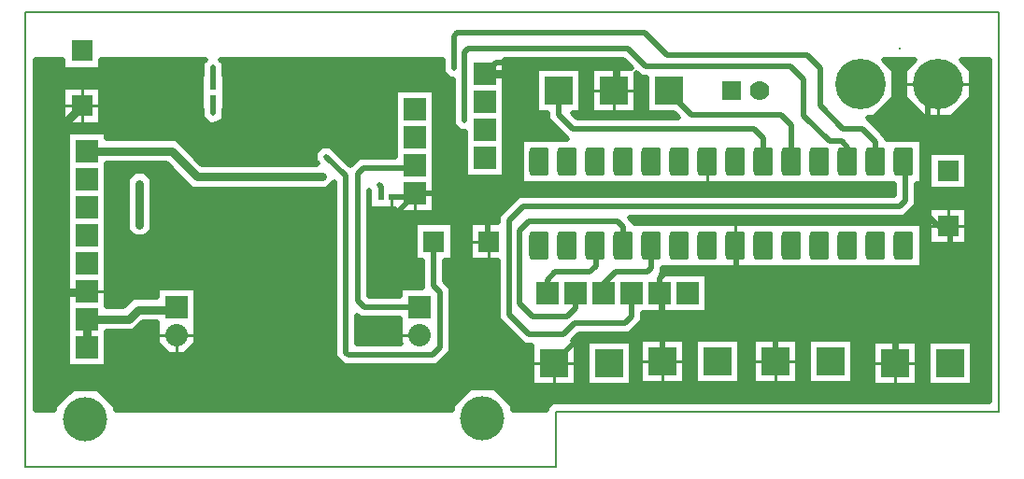
<source format=gbr>
G04 PROTEUS GERBER X2 FILE*
%TF.GenerationSoftware,Labcenter,Proteus,8.6-SP2-Build23525*%
%TF.CreationDate,2019-05-24T14:24:23+00:00*%
%TF.FileFunction,Copper,L2,Bot*%
%TF.FilePolarity,Positive*%
%TF.Part,Single*%
%FSLAX45Y45*%
%MOMM*%
G01*
%TA.AperFunction,Conductor*%
%ADD10C,0.508000*%
%ADD11C,0.762000*%
%TA.AperFunction,ViaPad*%
%ADD12C,0.508000*%
%TA.AperFunction,Conductor*%
%ADD13C,0.254000*%
%TA.AperFunction,SMDPad,CuDef*%
%ADD27R,0.609600X0.558800*%
%TA.AperFunction,ComponentPad*%
%ADD16R,1.905000X1.905000*%
%TA.AperFunction,ComponentPad*%
%ADD17R,2.032000X2.032000*%
%TA.AperFunction,SMDPad,CuDef*%
%ADD71R,0.558800X0.609600*%
%TA.AperFunction,ComponentPad*%
%ADD18C,2.032000*%
%AMPPAD009*
4,1,36,
-0.584200,1.270000,
0.584200,1.270000,
0.646520,1.263940,
0.704160,1.246490,
0.755980,1.218770,
0.800890,1.181890,
0.837760,1.136980,
0.865480,1.085160,
0.882930,1.027520,
0.889000,0.965200,
0.889000,-0.965200,
0.882930,-1.027520,
0.865480,-1.085160,
0.837760,-1.136980,
0.800890,-1.181890,
0.755980,-1.218770,
0.704160,-1.246490,
0.646520,-1.263940,
0.584200,-1.270000,
-0.584200,-1.270000,
-0.646520,-1.263940,
-0.704160,-1.246490,
-0.755980,-1.218770,
-0.800890,-1.181890,
-0.837760,-1.136980,
-0.865480,-1.085160,
-0.882930,-1.027520,
-0.889000,-0.965200,
-0.889000,0.965200,
-0.882930,1.027520,
-0.865480,1.085160,
-0.837760,1.136980,
-0.800890,1.181890,
-0.755980,1.218770,
-0.704160,1.246490,
-0.646520,1.263940,
-0.584200,1.270000,
0*%
%TA.AperFunction,ComponentPad*%
%ADD19PPAD009*%
%TA.AperFunction,ComponentPad*%
%ADD70R,2.540000X2.540000*%
%TA.AperFunction,ComponentPad*%
%ADD20C,4.572000*%
%TA.AperFunction,TestPad*%
%ADD21C,0.279400*%
%TA.AperFunction,ComponentPad*%
%ADD22R,1.778000X1.778000*%
%ADD23C,1.778000*%
%TA.AperFunction,OtherPad,Unknown*%
%ADD24C,4.000000*%
%TA.AperFunction,Profile*%
%ADD25C,0.203200*%
%TD.AperFunction*%
G36*
X+1833641Y+4026359D02*
X-2125771Y+4026359D01*
X-2176359Y+3975771D01*
X-2176359Y+3950000D01*
X-2483801Y+3950000D01*
X-2483801Y+3994405D01*
X-2645595Y+4156199D01*
X-2874405Y+4156199D01*
X-3036199Y+3994405D01*
X-3036199Y+3950000D01*
X-6083801Y+3950000D01*
X-6083801Y+3984405D01*
X-6245595Y+4146199D01*
X-6474405Y+4146199D01*
X-6636199Y+3984405D01*
X-6636199Y+3950000D01*
X-6813641Y+3950000D01*
X-6813641Y+7130000D01*
X-6561449Y+7130000D01*
X-6561449Y+7038551D01*
X-6218551Y+7038551D01*
X-6218551Y+7130000D01*
X-5271902Y+7130000D01*
X-5303522Y+7098380D01*
X-5303522Y+6984139D01*
X-5306679Y+6984139D01*
X-5306679Y+6675861D01*
X-5301599Y+6675861D01*
X-5301599Y+6605971D01*
X-5221758Y+6526130D01*
X-5172880Y+6546376D01*
X-5155836Y+6546376D01*
X-5143784Y+6558428D01*
X-5096321Y+6578088D01*
X-5096321Y+6675861D01*
X-5093321Y+6675861D01*
X-5093321Y+6984139D01*
X-5100324Y+6984139D01*
X-5100324Y+7098380D01*
X-5131944Y+7130000D01*
X-3121599Y+7130000D01*
X-3121599Y+7014337D01*
X-3116775Y+7009512D01*
X-3057260Y+6949997D01*
X-3026430Y+6949997D01*
X-3026430Y+6539128D01*
X-3025606Y+6538303D01*
X-2966091Y+6478788D01*
X-2917799Y+6478788D01*
X-2917799Y+6060201D01*
X-2562201Y+6060201D01*
X-2562201Y+7130000D01*
X-1485824Y+7130000D01*
X-1409023Y+7053199D01*
X-1775199Y+7053199D01*
X-1775199Y+6646801D01*
X-1368801Y+6646801D01*
X-1368801Y+7012977D01*
X-1321195Y+6965371D01*
X-1275199Y+6965371D01*
X-1275199Y+6646801D01*
X-1030483Y+6646801D01*
X-985281Y+6601599D01*
X-1897917Y+6601599D01*
X-1943119Y+6646801D01*
X-1868801Y+6646801D01*
X-1868801Y+7053199D01*
X-2275199Y+7053199D01*
X-2275199Y+6646801D01*
X-2173599Y+6646801D01*
X-2173599Y+6589917D01*
X-1988881Y+6405199D01*
X-2407099Y+6405199D01*
X-2407099Y+5998801D01*
X+974095Y+5998801D01*
X+974095Y+5898103D01*
X-2435342Y+5898103D01*
X-2621599Y+5711846D01*
X-2621599Y+5651449D01*
X-2871449Y+5651449D01*
X-2871449Y+5308551D01*
X-2621599Y+5308551D01*
X-2621599Y+4777917D01*
X-2382083Y+4538401D01*
X-2315199Y+4538401D01*
X-2315199Y+4176801D01*
X-1908801Y+4176801D01*
X-1908801Y+4583199D01*
X-1937237Y+4583199D01*
X-1879207Y+4641229D01*
X-1425089Y+4641229D01*
X-1308401Y+4757917D01*
X-1308401Y+4832201D01*
X-724201Y+4832201D01*
X-724201Y+5187799D01*
X-1137558Y+5187799D01*
X-1131481Y+5193876D01*
X-1131481Y+5236801D01*
X+1223099Y+5236801D01*
X+1223099Y+5643199D01*
X-1383794Y+5643199D01*
X-1383794Y+5650983D01*
X-1427718Y+5694907D01*
X+1066500Y+5694907D01*
X+1177293Y+5805700D01*
X+1177293Y+5998801D01*
X+1225099Y+5998801D01*
X+1225099Y+6405199D01*
X+907599Y+6405199D01*
X+907599Y+6428514D01*
X+730912Y+6605201D01*
X+794252Y+6605201D01*
X+972799Y+6783748D01*
X+972799Y+7036252D01*
X+879051Y+7130000D01*
X+1156949Y+7130000D01*
X+1063201Y+7036252D01*
X+1063201Y+6783748D01*
X+1241748Y+6605201D01*
X+1494252Y+6605201D01*
X+1672799Y+6783748D01*
X+1672799Y+7036252D01*
X+1579051Y+7130000D01*
X+1833641Y+7130000D01*
X+1833641Y+4026359D01*
G37*
%LPC*%
G36*
X-6561449Y+6538551D02*
X-6561449Y+6881449D01*
X-6218551Y+6881449D01*
X-6218551Y+6538551D01*
X-6561449Y+6538551D01*
G37*
G36*
X-3192201Y+6502201D02*
X-3192201Y+5740201D01*
X-3547799Y+5740201D01*
X-3547799Y+5773321D01*
X-3784139Y+5773321D01*
X-3784139Y+5940456D01*
X-3788910Y+5945227D01*
X-3788910Y+4986942D01*
X-3783567Y+4981599D01*
X-3507799Y+4981599D01*
X-3507799Y+5057799D01*
X-3301599Y+5057799D01*
X-3301599Y+5308551D01*
X-3371449Y+5308551D01*
X-3371449Y+5651449D01*
X-3028551Y+5651449D01*
X-3028551Y+5308551D01*
X-3098401Y+5308551D01*
X-3098401Y+5121131D01*
X-3042092Y+5064822D01*
X-3042092Y+4474226D01*
X-3167917Y+4348401D01*
X-4019106Y+4348401D01*
X-4102035Y+4431330D01*
X-4102035Y+6016323D01*
X-4164231Y+5954127D01*
X-5393035Y+5954127D01*
X-5624609Y+6185701D01*
X-6162201Y+6185701D01*
X-6162201Y+4890299D01*
X-6011343Y+4890299D01*
X-5927343Y+4974299D01*
X-5707799Y+4974299D01*
X-5707799Y+5057799D01*
X-5352201Y+5057799D01*
X-5352201Y+4556353D01*
X-5456353Y+4452201D01*
X-5603647Y+4452201D01*
X-5707799Y+4556353D01*
X-5707799Y+4745701D01*
X-5832657Y+4745701D01*
X-5916657Y+4661701D01*
X-6162201Y+4661701D01*
X-6162201Y+4344201D01*
X-6517799Y+4344201D01*
X-6517799Y+6477799D01*
X-6162201Y+6477799D01*
X-6162201Y+6414299D01*
X-5529923Y+6414299D01*
X-5298349Y+6182725D01*
X-4258917Y+6182725D01*
X-4257344Y+6184298D01*
X-4251174Y+6184298D01*
X-4276037Y+6209162D01*
X-4276037Y+6293329D01*
X-4216522Y+6352844D01*
X-4132354Y+6352844D01*
X-4072839Y+6293328D01*
X-3953804Y+6174293D01*
X-3877156Y+6250941D01*
X-3792990Y+6250941D01*
X-3787951Y+6245902D01*
X-3547799Y+6245902D01*
X-3547799Y+6857799D01*
X-3192201Y+6857799D01*
X-3192201Y+6502201D01*
G37*
G36*
X-5752459Y+6053228D02*
X-5752459Y+5581862D01*
X-5819414Y+5514907D01*
X-5914102Y+5514907D01*
X-5981057Y+5581862D01*
X-5981057Y+6053228D01*
X-5914102Y+6120183D01*
X-5819414Y+6120183D01*
X-5752459Y+6053228D01*
G37*
G36*
X-3714333Y+5630077D02*
X-3714333Y+5661641D01*
X-3692015Y+5683959D01*
X-3660451Y+5683959D01*
X-3638133Y+5661641D01*
X-3638133Y+5630077D01*
X-3660451Y+5607759D01*
X-3692015Y+5607759D01*
X-3714333Y+5630077D01*
G37*
G36*
X-1408801Y+4176801D02*
X-1815199Y+4176801D01*
X-1815199Y+4583199D01*
X-1408801Y+4583199D01*
X-1408801Y+4176801D01*
G37*
G36*
X-428801Y+4186801D02*
X-835199Y+4186801D01*
X-835199Y+4593199D01*
X-428801Y+4593199D01*
X-428801Y+4186801D01*
G37*
G36*
X-928801Y+4186801D02*
X-1335199Y+4186801D01*
X-1335199Y+4593199D01*
X-928801Y+4593199D01*
X-928801Y+4186801D01*
G37*
G36*
X+601199Y+4186801D02*
X+194801Y+4186801D01*
X+194801Y+4593199D01*
X+601199Y+4593199D01*
X+601199Y+4186801D01*
G37*
G36*
X+101199Y+4186801D02*
X-305199Y+4186801D01*
X-305199Y+4593199D01*
X+101199Y+4593199D01*
X+101199Y+4186801D01*
G37*
G36*
X+1681199Y+4176801D02*
X+1274801Y+4176801D01*
X+1274801Y+4583199D01*
X+1681199Y+4583199D01*
X+1681199Y+4176801D01*
G37*
G36*
X+1181199Y+4176801D02*
X+774801Y+4176801D01*
X+774801Y+4583199D01*
X+1181199Y+4583199D01*
X+1181199Y+4176801D01*
G37*
G36*
X+1288551Y+5448551D02*
X+1288551Y+5791449D01*
X+1631449Y+5791449D01*
X+1631449Y+5448551D01*
X+1288551Y+5448551D01*
G37*
G36*
X+1288551Y+5948551D02*
X+1288551Y+6291449D01*
X+1631449Y+6291449D01*
X+1631449Y+5948551D01*
X+1288551Y+5948551D01*
G37*
%LPD*%
G36*
X-3897491Y+4808159D02*
X-3867733Y+4778401D01*
X-3507799Y+4778401D01*
X-3507799Y+4556353D01*
X-3503045Y+4551599D01*
X-3898837Y+4551599D01*
X-3898837Y+4809505D01*
X-3897491Y+4808159D01*
G37*
D10*
X-5201923Y+7056296D02*
X-5201923Y+6881923D01*
X-5200000Y+6880000D01*
X-5200000Y+6780000D02*
X-5200000Y+6648054D01*
X-5197920Y+6645974D01*
X-5197920Y+6647975D01*
D11*
X-5866758Y+5629206D02*
X-5866758Y+6005884D01*
X-6340000Y+4776000D02*
X-5964000Y+4776000D01*
X-5880000Y+4860000D01*
X-5631600Y+4860000D01*
X-5530000Y+4880000D01*
X-6340000Y+4522000D02*
X-6340000Y+4776000D01*
X-6390000Y+6710000D02*
X-6615053Y+6484947D01*
X-6615053Y+5114720D01*
X-6516275Y+5015942D01*
X-6441600Y+5015942D01*
X-6340000Y+5030000D01*
X-6340000Y+6300000D02*
X-5577266Y+6300000D01*
X-5345692Y+6068426D01*
X-4211574Y+6068426D01*
X-4210000Y+6070000D01*
D10*
X-3394381Y+5880000D02*
X-3624381Y+5650000D01*
X-3672092Y+5650000D01*
X-3676233Y+5645859D01*
X-3580000Y+5880000D02*
X-3394381Y+5880000D01*
X-3365726Y+5908655D01*
X-3370000Y+5918000D01*
D11*
X-2740000Y+7000000D02*
X-2526668Y+7000000D01*
X-2483334Y+6956666D01*
X-2483334Y+5976666D01*
X-2560000Y+5900000D01*
X-2740000Y+5900000D01*
D10*
X-3370000Y+5918000D02*
X-2758000Y+5918000D01*
X-2740000Y+5900000D01*
X-3690000Y+5990000D02*
X-3680000Y+5980000D01*
X-3680000Y+5880000D01*
X-3330000Y+4880000D02*
X-3825650Y+4880000D01*
X-3890509Y+4944859D01*
X-3890509Y+6093906D01*
X-3835073Y+6149342D01*
X-3830034Y+6144303D01*
X-3471600Y+6144303D01*
X-3370000Y+6172000D01*
X-3200000Y+5480000D02*
X-3200000Y+5079048D01*
X-3143691Y+5022739D01*
X-3143691Y+4516309D01*
X-3210000Y+4450000D01*
X-3977023Y+4450000D01*
X-4000436Y+4473413D01*
X-4000436Y+6077243D01*
X-4174438Y+6251245D01*
X-2710000Y+5502635D02*
X-2700000Y+5480000D01*
X-2740000Y+5900000D02*
X-2710000Y+5870000D01*
X-2710000Y+5502635D01*
X-2680440Y+5473075D01*
X-2700000Y+5480000D01*
X-1664000Y+5010000D02*
X-1664000Y+5098793D01*
X-1554251Y+5208542D01*
X-1260497Y+5208542D01*
X-1233080Y+5235959D01*
X-1233080Y+5313000D01*
X-1226000Y+5440000D01*
X-2172000Y+5010000D02*
X-2172000Y+5129387D01*
X-2098181Y+5203206D01*
X-1784600Y+5203206D01*
X-1735604Y+5252202D01*
X-1729724Y+5258082D01*
X-1729724Y+5313000D01*
X-1734000Y+5440000D01*
X-1918000Y+5010000D02*
X-1918000Y+4871859D01*
X-1994307Y+4795552D01*
X-2303968Y+4795552D01*
X-2425480Y+4917064D01*
X-2425480Y+5576520D01*
X-2342000Y+5660000D01*
X-1536493Y+5660000D01*
X-1485393Y+5608900D01*
X-1485393Y+5405073D01*
X-1482780Y+5402460D01*
X-1480000Y+5440000D01*
X-2112000Y+4380000D02*
X-1869306Y+4622694D01*
X-1581506Y+4622694D01*
X-1134694Y+4622694D01*
X-1132000Y+4620000D01*
X-1132000Y+4390000D02*
X-1132000Y+4620000D01*
X-1132000Y+4986000D01*
X-1156000Y+5010000D01*
X-102000Y+4390000D02*
X-102000Y+4617140D01*
X-104860Y+4620000D01*
X-1132000Y+4620000D02*
X-104860Y+4620000D01*
X-1156000Y+5010000D02*
X-1156000Y+5144000D01*
X-1080000Y+5220000D01*
X-500000Y+5220000D01*
X-460000Y+5260000D01*
X-460000Y+5410000D01*
X-470000Y+5420000D01*
X-464000Y+5440000D01*
X-1410000Y+5010000D02*
X-1410000Y+4800000D01*
X-1467172Y+4742828D01*
X-1877512Y+4742828D01*
X-1921290Y+4742828D01*
X-2024118Y+4640000D01*
X-2340000Y+4640000D01*
X-2520000Y+4820000D01*
X-2520000Y+5669763D01*
X-2393258Y+5796505D01*
X+1024416Y+5796505D01*
X+1075694Y+5847783D01*
X+1075694Y+6186306D01*
X+1060000Y+6202000D01*
X+1460000Y+5620000D02*
X+1373489Y+5620000D01*
X+1277221Y+5716268D01*
X+1277221Y+6754757D01*
X+1346674Y+6824210D01*
X+1368000Y+6910000D01*
X-2740000Y+7000000D02*
X-2633849Y+7106151D01*
X-1587416Y+7106151D01*
X-1533905Y+7052640D01*
X-1533905Y+6977000D01*
X-1572000Y+6850000D01*
X+44000Y+6202000D02*
X+44000Y+6536000D01*
X-50000Y+6630000D01*
X-870000Y+6630000D01*
X-963000Y+6723000D01*
X-1072000Y+6850000D01*
X-2072000Y+6850000D02*
X-2072000Y+6632000D01*
X-1940000Y+6500000D01*
X-294993Y+6500000D01*
X-210619Y+6415626D01*
X-210619Y+6183418D01*
X-207047Y+6179846D01*
X-210000Y+6202000D01*
X+806000Y+6202000D02*
X+806000Y+6386431D01*
X+687652Y+6504779D01*
X+505221Y+6504779D01*
X+300000Y+6710000D01*
X+300000Y+7053847D01*
X+183033Y+7170814D01*
X-1089315Y+7170814D01*
X-1181928Y+7263427D01*
X-1288501Y+7370000D01*
X-2990000Y+7370000D01*
X-3020000Y+7340000D01*
X-3020000Y+7056420D01*
X-3015176Y+7051596D01*
X+552000Y+6202000D02*
X+552000Y+6332257D01*
X+495315Y+6388942D01*
X+383149Y+6388942D01*
X+148774Y+6623317D01*
X+148774Y+6951226D01*
X+60000Y+7040000D01*
X+33030Y+7066970D01*
X+32792Y+7066970D01*
X-1279112Y+7066970D01*
X-1445521Y+7233379D01*
X-2889973Y+7233379D01*
X-2924831Y+7198521D01*
X-2924831Y+6581211D01*
X-2924007Y+6580387D01*
X+978000Y+4380000D02*
X+978000Y+4567004D01*
X+978000Y+5091605D01*
X+1072439Y+5186044D01*
X+1124427Y+5238032D01*
X+1416552Y+5238032D01*
X+1480919Y+5302399D01*
X+1480919Y+5524750D01*
X+1460000Y+5620000D01*
X-104860Y+4620000D02*
X+925004Y+4620000D01*
X+978000Y+4567004D01*
X+984341Y+4560663D01*
X+984341Y+4386341D01*
X+978000Y+4380000D01*
D12*
X-5201923Y+7056296D03*
X-5197920Y+6647975D03*
X-5866758Y+5629206D03*
X-5866758Y+6005884D03*
X-4210000Y+6070000D03*
X-3676233Y+5645859D03*
X-3690000Y+5990000D03*
X-4174438Y+6251245D03*
X-3015176Y+7051596D03*
X-2924007Y+6580387D03*
D10*
X+1833641Y+4026359D02*
X-2125771Y+4026359D01*
X-2176359Y+3975771D01*
X-2176359Y+3950000D01*
X-2483801Y+3950000D01*
X-2483801Y+3994405D01*
X-2645595Y+4156199D01*
X-2874405Y+4156199D01*
X-3036199Y+3994405D01*
X-3036199Y+3950000D01*
X-6083801Y+3950000D01*
X-6083801Y+3984405D01*
X-6245595Y+4146199D01*
X-6474405Y+4146199D01*
X-6636199Y+3984405D01*
X-6636199Y+3950000D01*
X-6813641Y+3950000D01*
X-6813641Y+7130000D01*
X-6561449Y+7130000D01*
X-6561449Y+7038551D01*
X-6218551Y+7038551D01*
X-6218551Y+7130000D01*
X-5271902Y+7130000D01*
X-5303522Y+7098380D01*
X-5303522Y+6984139D01*
X-5306679Y+6984139D01*
X-5306679Y+6675861D01*
X-5301599Y+6675861D01*
X-5301599Y+6605971D01*
X-5221758Y+6526130D01*
X-5172880Y+6546376D01*
X-5155836Y+6546376D01*
X-5143784Y+6558428D01*
X-5096321Y+6578088D01*
X-5096321Y+6675861D01*
X-5093321Y+6675861D01*
X-5093321Y+6984139D01*
X-5100324Y+6984139D01*
X-5100324Y+7098380D01*
X-5131944Y+7130000D01*
X-3121599Y+7130000D01*
X-3121599Y+7014337D01*
X-3116775Y+7009512D01*
X-3057260Y+6949997D01*
X-3026430Y+6949997D01*
X-3026430Y+6539128D01*
X-3025606Y+6538303D01*
X-2966091Y+6478788D01*
X-2917799Y+6478788D01*
X-2917799Y+6060201D01*
X-2562201Y+6060201D01*
X-2562201Y+7130000D01*
X-1485824Y+7130000D01*
X-1409023Y+7053199D01*
X-1775199Y+7053199D01*
X-1775199Y+6646801D01*
X-1368801Y+6646801D01*
X-1368801Y+7012977D01*
X-1321195Y+6965371D01*
X-1275199Y+6965371D01*
X-1275199Y+6646801D01*
X-1030483Y+6646801D01*
X-985281Y+6601599D01*
X-1897917Y+6601599D01*
X-1943119Y+6646801D01*
X-1868801Y+6646801D01*
X-1868801Y+7053199D01*
X-2275199Y+7053199D01*
X-2275199Y+6646801D01*
X-2173599Y+6646801D01*
X-2173599Y+6589917D01*
X-1988881Y+6405199D01*
X-2407099Y+6405199D01*
X-2407099Y+5998801D01*
X+974095Y+5998801D01*
X+974095Y+5898103D01*
X-2435342Y+5898103D01*
X-2621599Y+5711846D01*
X-2621599Y+5651449D01*
X-2871449Y+5651449D01*
X-2871449Y+5308551D01*
X-2621599Y+5308551D01*
X-2621599Y+4777917D01*
X-2382083Y+4538401D01*
X-2315199Y+4538401D01*
X-2315199Y+4176801D01*
X-1908801Y+4176801D01*
X-1908801Y+4583199D01*
X-1937237Y+4583199D01*
X-1879207Y+4641229D01*
X-1425089Y+4641229D01*
X-1308401Y+4757917D01*
X-1308401Y+4832201D01*
X-724201Y+4832201D01*
X-724201Y+5187799D01*
X-1137558Y+5187799D01*
X-1131481Y+5193876D01*
X-1131481Y+5236801D01*
X+1223099Y+5236801D01*
X+1223099Y+5643199D01*
X-1383794Y+5643199D01*
X-1383794Y+5650983D01*
X-1427718Y+5694907D01*
X+1066500Y+5694907D01*
X+1177293Y+5805700D01*
X+1177293Y+5998801D01*
X+1225099Y+5998801D01*
X+1225099Y+6405199D01*
X+907599Y+6405199D01*
X+907599Y+6428514D01*
X+730912Y+6605201D01*
X+794252Y+6605201D01*
X+972799Y+6783748D01*
X+972799Y+7036252D01*
X+879051Y+7130000D01*
X+1156949Y+7130000D01*
X+1063201Y+7036252D01*
X+1063201Y+6783748D01*
X+1241748Y+6605201D01*
X+1494252Y+6605201D01*
X+1672799Y+6783748D01*
X+1672799Y+7036252D01*
X+1579051Y+7130000D01*
X+1833641Y+7130000D01*
X+1833641Y+4026359D01*
X-6561449Y+6538551D02*
X-6561449Y+6881449D01*
X-6218551Y+6881449D01*
X-6218551Y+6538551D01*
X-6561449Y+6538551D01*
X-3192201Y+6502201D02*
X-3192201Y+5740201D01*
X-3547799Y+5740201D01*
X-3547799Y+5773321D01*
X-3784139Y+5773321D01*
X-3784139Y+5940456D01*
X-3788910Y+5945227D01*
X-3788910Y+4986942D01*
X-3783567Y+4981599D01*
X-3507799Y+4981599D01*
X-3507799Y+5057799D01*
X-3301599Y+5057799D01*
X-3301599Y+5308551D01*
X-3371449Y+5308551D01*
X-3371449Y+5651449D01*
X-3028551Y+5651449D01*
X-3028551Y+5308551D01*
X-3098401Y+5308551D01*
X-3098401Y+5121131D01*
X-3042092Y+5064822D01*
X-3042092Y+4474226D01*
X-3167917Y+4348401D01*
X-4019106Y+4348401D01*
X-4102035Y+4431330D01*
X-4102035Y+6016323D01*
X-4164231Y+5954127D01*
X-5393035Y+5954127D01*
X-5624609Y+6185701D01*
X-6162201Y+6185701D01*
X-6162201Y+4890299D01*
X-6011343Y+4890299D01*
X-5927343Y+4974299D01*
X-5707799Y+4974299D01*
X-5707799Y+5057799D01*
X-5352201Y+5057799D01*
X-5352201Y+4556353D01*
X-5456353Y+4452201D01*
X-5603647Y+4452201D01*
X-5707799Y+4556353D01*
X-5707799Y+4745701D01*
X-5832657Y+4745701D01*
X-5916657Y+4661701D01*
X-6162201Y+4661701D01*
X-6162201Y+4344201D01*
X-6517799Y+4344201D01*
X-6517799Y+6477799D01*
X-6162201Y+6477799D01*
X-6162201Y+6414299D01*
X-5529923Y+6414299D01*
X-5298349Y+6182725D01*
X-4258917Y+6182725D01*
X-4257344Y+6184298D01*
X-4251174Y+6184298D01*
X-4276037Y+6209162D01*
X-4276037Y+6293329D01*
X-4216522Y+6352844D01*
X-4132354Y+6352844D01*
X-4072839Y+6293328D01*
X-3953804Y+6174293D01*
X-3877156Y+6250941D01*
X-3792990Y+6250941D01*
X-3787951Y+6245902D01*
X-3547799Y+6245902D01*
X-3547799Y+6857799D01*
X-3192201Y+6857799D01*
X-3192201Y+6502201D01*
X-5752459Y+6053228D02*
X-5752459Y+5581862D01*
X-5819414Y+5514907D01*
X-5914102Y+5514907D01*
X-5981057Y+5581862D01*
X-5981057Y+6053228D01*
X-5914102Y+6120183D01*
X-5819414Y+6120183D01*
X-5752459Y+6053228D01*
X-3714333Y+5630077D02*
X-3714333Y+5661641D01*
X-3692015Y+5683959D01*
X-3660451Y+5683959D01*
X-3638133Y+5661641D01*
X-3638133Y+5630077D01*
X-3660451Y+5607759D01*
X-3692015Y+5607759D01*
X-3714333Y+5630077D01*
X-1408801Y+4176801D02*
X-1815199Y+4176801D01*
X-1815199Y+4583199D01*
X-1408801Y+4583199D01*
X-1408801Y+4176801D01*
X-428801Y+4186801D02*
X-835199Y+4186801D01*
X-835199Y+4593199D01*
X-428801Y+4593199D01*
X-428801Y+4186801D01*
X-928801Y+4186801D02*
X-1335199Y+4186801D01*
X-1335199Y+4593199D01*
X-928801Y+4593199D01*
X-928801Y+4186801D01*
X+601199Y+4186801D02*
X+194801Y+4186801D01*
X+194801Y+4593199D01*
X+601199Y+4593199D01*
X+601199Y+4186801D01*
X+101199Y+4186801D02*
X-305199Y+4186801D01*
X-305199Y+4593199D01*
X+101199Y+4593199D01*
X+101199Y+4186801D01*
X+1681199Y+4176801D02*
X+1274801Y+4176801D01*
X+1274801Y+4583199D01*
X+1681199Y+4583199D01*
X+1681199Y+4176801D01*
X+1181199Y+4176801D02*
X+774801Y+4176801D01*
X+774801Y+4583199D01*
X+1181199Y+4583199D01*
X+1181199Y+4176801D01*
X+1288551Y+5448551D02*
X+1288551Y+5791449D01*
X+1631449Y+5791449D01*
X+1631449Y+5448551D01*
X+1288551Y+5448551D01*
X+1288551Y+5948551D02*
X+1288551Y+6291449D01*
X+1631449Y+6291449D01*
X+1631449Y+5948551D01*
X+1288551Y+5948551D01*
X-3897491Y+4808159D02*
X-3867733Y+4778401D01*
X-3507799Y+4778401D01*
X-3507799Y+4556353D01*
X-3503045Y+4551599D01*
X-3898837Y+4551599D01*
X-3898837Y+4809505D01*
X-3897491Y+4808159D01*
D13*
X-6390000Y+6538551D02*
X-6390000Y+6710000D01*
X-6390000Y+6881449D02*
X-6390000Y+6710000D01*
X-6218551Y+6710000D02*
X-6390000Y+6710000D01*
X-6561449Y+6710000D02*
X-6390000Y+6710000D01*
X-3370000Y+5740201D02*
X-3370000Y+5918000D01*
X-3192201Y+5918000D02*
X-3370000Y+5918000D01*
X-2562201Y+7000000D02*
X-2740000Y+7000000D01*
X-6517799Y+5030000D02*
X-6340000Y+5030000D01*
X-6162201Y+5030000D02*
X-6340000Y+5030000D01*
X-3580000Y+5773321D02*
X-3580000Y+5880000D01*
X-3507799Y+4630000D02*
X-3330000Y+4630000D01*
X-5530000Y+4452201D02*
X-5530000Y+4630000D01*
X-5707799Y+4630000D02*
X-5530000Y+4630000D01*
X-5352201Y+4630000D02*
X-5530000Y+4630000D01*
X-2871449Y+5480000D02*
X-2700000Y+5480000D01*
X-2700000Y+5651449D02*
X-2700000Y+5480000D01*
X-2700000Y+5308551D02*
X-2700000Y+5480000D01*
X-718000Y+5998801D02*
X-718000Y+6202000D01*
X-464000Y+5236801D02*
X-464000Y+5440000D01*
X-464000Y+5643199D02*
X-464000Y+5440000D01*
X-1908801Y+4380000D02*
X-2112000Y+4380000D01*
X-2315199Y+4380000D02*
X-2112000Y+4380000D01*
X-2112000Y+4176801D02*
X-2112000Y+4380000D01*
X-928801Y+4390000D02*
X-1132000Y+4390000D01*
X-1335199Y+4390000D02*
X-1132000Y+4390000D01*
X-1132000Y+4593199D02*
X-1132000Y+4390000D01*
X-1132000Y+4186801D02*
X-1132000Y+4390000D01*
X+101199Y+4390000D02*
X-102000Y+4390000D01*
X-305199Y+4390000D02*
X-102000Y+4390000D01*
X-102000Y+4593199D02*
X-102000Y+4390000D01*
X-102000Y+4186801D02*
X-102000Y+4390000D01*
X+1181199Y+4380000D02*
X+978000Y+4380000D01*
X+774801Y+4380000D02*
X+978000Y+4380000D01*
X+978000Y+4583199D02*
X+978000Y+4380000D01*
X+978000Y+4176801D02*
X+978000Y+4380000D01*
X-1368801Y+6850000D02*
X-1572000Y+6850000D01*
X-1775199Y+6850000D02*
X-1572000Y+6850000D01*
X-1572000Y+7053199D02*
X-1572000Y+6850000D01*
X-1572000Y+6646801D02*
X-1572000Y+6850000D01*
X+1460000Y+5448551D02*
X+1460000Y+5620000D01*
X+1460000Y+5791449D02*
X+1460000Y+5620000D01*
X+1631449Y+5620000D02*
X+1460000Y+5620000D01*
X+1288551Y+5620000D02*
X+1460000Y+5620000D01*
X-1156000Y+4832201D02*
X-1156000Y+5010000D01*
X+1063201Y+6910000D02*
X+1368000Y+6910000D01*
X+1672799Y+6910000D02*
X+1368000Y+6910000D01*
X+1368000Y+6605201D02*
X+1368000Y+6910000D01*
D27*
X-5200000Y+6880000D03*
X-5200000Y+6780000D03*
D16*
X-6390000Y+6710000D03*
X-6390000Y+7210000D03*
D17*
X-3370000Y+6680000D03*
X-3370000Y+6426000D03*
X-3370000Y+6172000D03*
X-3370000Y+5918000D03*
X-2740000Y+7000000D03*
X-2740000Y+6746000D03*
X-2740000Y+6492000D03*
X-2740000Y+6238000D03*
X-6340000Y+6300000D03*
X-6340000Y+6046000D03*
X-6340000Y+5792000D03*
X-6340000Y+5538000D03*
X-6340000Y+5284000D03*
X-6340000Y+5030000D03*
X-6340000Y+4776000D03*
X-6340000Y+4522000D03*
D71*
X-3580000Y+5880000D03*
X-3680000Y+5880000D03*
D17*
X-3330000Y+4880000D03*
D18*
X-3330000Y+4630000D03*
D17*
X-5530000Y+4880000D03*
D18*
X-5530000Y+4630000D03*
D16*
X-2700000Y+5480000D03*
X-3200000Y+5480000D03*
D19*
X+1060000Y+6202000D03*
X+806000Y+6202000D03*
X+552000Y+6202000D03*
X+298000Y+6202000D03*
X+44000Y+6202000D03*
X-210000Y+6202000D03*
X-464000Y+6202000D03*
X-718000Y+6202000D03*
X-972000Y+6202000D03*
X-1226000Y+6202000D03*
X-1480000Y+6202000D03*
X-1734000Y+6202000D03*
X-1988000Y+6202000D03*
X-2242000Y+6202000D03*
X-2242000Y+5440000D03*
X-1988000Y+5440000D03*
X-1734000Y+5440000D03*
X-1480000Y+5440000D03*
X-1226000Y+5440000D03*
X-972000Y+5440000D03*
X-718000Y+5440000D03*
X-464000Y+5440000D03*
X-210000Y+5440000D03*
X+44000Y+5440000D03*
X+298000Y+5440000D03*
X+552000Y+5440000D03*
X+806000Y+5440000D03*
X+1058000Y+5440000D03*
D70*
X-1612000Y+4380000D03*
X-2112000Y+4380000D03*
X-632000Y+4390000D03*
X-1132000Y+4390000D03*
X+398000Y+4390000D03*
X-102000Y+4390000D03*
X+1478000Y+4380000D03*
X+978000Y+4380000D03*
X-1072000Y+6850000D03*
X-1572000Y+6850000D03*
X-2072000Y+6850000D03*
D16*
X+1460000Y+5620000D03*
X+1460000Y+6120000D03*
D17*
X-902000Y+5010000D03*
X-1156000Y+5010000D03*
X-1410000Y+5010000D03*
X-1664000Y+5010000D03*
X-1918000Y+5010000D03*
X-2172000Y+5010000D03*
D20*
X+668000Y+6910000D03*
X+1368000Y+6910000D03*
D21*
X+1018000Y+7230000D03*
D22*
X-502000Y+6850000D03*
D23*
X-252000Y+6850000D03*
D24*
X-6360000Y+3870000D03*
X-2760000Y+3880000D03*
D25*
X-6900000Y+7560000D02*
X+1920000Y+7560000D01*
X-6900000Y+7560000D02*
X-6900000Y+3440000D01*
X+1920000Y+7560000D02*
X+1920000Y+3940000D01*
X-6900000Y+3440000D02*
X-2090000Y+3440000D01*
X-2090000Y+3940000D01*
X+1920000Y+3940000D01*
M02*

</source>
